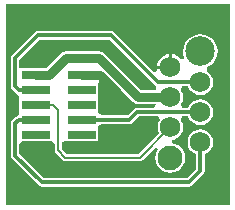
<source format=gtl>
G04*
G04 #@! TF.GenerationSoftware,Altium Limited,CircuitStudio,1.5.2 (30)*
G04*
G04 Layer_Physical_Order=1*
G04 Layer_Color=255*
%FSLAX24Y24*%
%MOIN*%
G70*
G01*
G75*
%ADD10R,0.0945X0.0295*%
%ADD11C,0.0118*%
%ADD12C,0.0295*%
%ADD13C,0.0079*%
%ADD14C,0.0689*%
%ADD15C,0.0984*%
%ADD16C,0.0827*%
%ADD17C,0.0276*%
G36*
X7673Y201D02*
X201D01*
Y6886D01*
X7673D01*
Y201D01*
D02*
G37*
%LPC*%
G36*
X3711Y5997D02*
X1280D01*
X1226Y5986D01*
X1180Y5956D01*
X422Y5198D01*
X392Y5152D01*
X381Y5098D01*
Y4154D01*
X392Y4100D01*
X422Y4054D01*
X533Y3944D01*
X578Y3914D01*
X591Y3911D01*
X650Y3817D01*
Y3770D01*
D01*
X650D01*
X650Y3770D01*
Y3388D01*
X650Y3317D01*
Y3302D01*
X632Y3184D01*
X578Y3173D01*
X533Y3143D01*
X412Y3023D01*
X382Y2977D01*
X371Y2923D01*
Y1850D01*
X382Y1797D01*
X412Y1751D01*
X1308Y855D01*
X1354Y825D01*
X1407Y814D01*
X6319D01*
X6373Y825D01*
X6418Y855D01*
X6790Y1227D01*
X6821Y1273D01*
X6831Y1327D01*
Y1893D01*
X6904Y1924D01*
X6993Y1991D01*
X7061Y2080D01*
X7103Y2183D01*
X7118Y2293D01*
X7103Y2404D01*
X7061Y2507D01*
X6993Y2595D01*
X6904Y2663D01*
X6801Y2706D01*
X6691Y2720D01*
X6580Y2706D01*
X6478Y2663D01*
X6389Y2595D01*
X6321Y2507D01*
X6279Y2404D01*
X6264Y2293D01*
X6279Y2183D01*
X6321Y2080D01*
X6389Y1991D01*
X6478Y1924D01*
X6550Y1893D01*
Y1385D01*
X6261Y1095D01*
X1466D01*
X652Y1909D01*
Y2233D01*
X736Y2317D01*
X1720D01*
X1752Y2317D01*
X1838Y2240D01*
Y2018D01*
X1838Y2018D01*
X1847Y1972D01*
X1874Y1933D01*
X2110Y1696D01*
X2149Y1670D01*
X2195Y1661D01*
X2195Y1661D01*
X4679D01*
X4679Y1661D01*
X4725Y1670D01*
X4764Y1696D01*
X5199Y2131D01*
X5288Y2053D01*
X5261Y2018D01*
X5211Y1898D01*
X5195Y1770D01*
X5211Y1641D01*
X5261Y1522D01*
X5340Y1419D01*
X5443Y1340D01*
X5562Y1290D01*
X5691Y1273D01*
X5819Y1290D01*
X5939Y1340D01*
X6042Y1419D01*
X6121Y1522D01*
X6170Y1641D01*
X6187Y1770D01*
X6170Y1898D01*
X6121Y2018D01*
X6042Y2121D01*
X5939Y2200D01*
X5819Y2249D01*
X5762Y2257D01*
X5762Y2376D01*
X5801Y2381D01*
X5904Y2424D01*
X5993Y2491D01*
X6061Y2580D01*
X6103Y2683D01*
X6118Y2793D01*
X6103Y2904D01*
X6061Y3007D01*
X6039Y3035D01*
X6097Y3153D01*
X6291D01*
X6321Y3080D01*
X6389Y2991D01*
X6478Y2924D01*
X6580Y2881D01*
X6691Y2866D01*
X6801Y2881D01*
X6904Y2924D01*
X6993Y2991D01*
X7061Y3080D01*
X7103Y3183D01*
X7118Y3293D01*
X7103Y3404D01*
X7061Y3507D01*
X6993Y3595D01*
X6904Y3663D01*
X6801Y3706D01*
X6691Y3720D01*
X6580Y3706D01*
X6478Y3663D01*
X6389Y3595D01*
X6321Y3507D01*
X6291Y3434D01*
X6097D01*
X6039Y3552D01*
X6061Y3580D01*
X6103Y3683D01*
X6118Y3793D01*
X6103Y3904D01*
X6061Y4007D01*
X6039Y4035D01*
X6097Y4153D01*
X6291D01*
X6321Y4080D01*
X6389Y3991D01*
X6478Y3924D01*
X6580Y3881D01*
X6691Y3866D01*
X6801Y3881D01*
X6904Y3924D01*
X6993Y3991D01*
X7061Y4080D01*
X7103Y4183D01*
X7118Y4293D01*
X7103Y4404D01*
X7061Y4507D01*
X6993Y4595D01*
X6904Y4663D01*
X6908Y4789D01*
X6979Y4818D01*
X7098Y4910D01*
X7190Y5029D01*
X7247Y5168D01*
X7267Y5317D01*
X7247Y5466D01*
X7190Y5605D01*
X7098Y5724D01*
X6979Y5816D01*
X6840Y5873D01*
X6691Y5893D01*
X6542Y5873D01*
X6403Y5816D01*
X6284Y5724D01*
X6192Y5605D01*
X6135Y5466D01*
X6115Y5317D01*
X6129Y5210D01*
X6135Y5168D01*
X6148Y5130D01*
X6158Y5103D01*
X6142Y5095D01*
X6142Y5095D01*
X6142Y5095D01*
X6119Y5081D01*
X6072Y5054D01*
X6058Y5046D01*
X6057Y5047D01*
X6008Y5110D01*
X5915Y5182D01*
X5807Y5226D01*
X5741Y5235D01*
Y4793D01*
X5691D01*
Y4743D01*
X5249D01*
X5258Y4677D01*
X5260Y4673D01*
X5160Y4606D01*
X3810Y5956D01*
X3764Y5986D01*
X3711Y5997D01*
D02*
G37*
G36*
X5641Y5235D02*
X5575Y5226D01*
X5467Y5182D01*
X5374Y5110D01*
X5303Y5017D01*
X5258Y4909D01*
X5249Y4843D01*
X5641D01*
Y5235D01*
D02*
G37*
%LPD*%
G36*
X5343Y3035D02*
X5321Y3007D01*
X5279Y2904D01*
X5264Y2793D01*
X5279Y2683D01*
X5317Y2590D01*
X4629Y1902D01*
X2245D01*
X2079Y2068D01*
Y2288D01*
X2185Y2317D01*
X2197Y2317D01*
X3287D01*
Y2699D01*
X3287Y2770D01*
Y2785D01*
X3294Y2822D01*
X3399Y2903D01*
X4323D01*
X4377Y2914D01*
X4422Y2944D01*
X4631Y3153D01*
X5284D01*
X5343Y3035D01*
D02*
G37*
G36*
X5174Y4194D02*
X5220Y4164D01*
X5227Y4042D01*
X5216Y4024D01*
X4718D01*
X3480Y5262D01*
X3405Y5312D01*
X3317Y5329D01*
X2215D01*
X2141Y5315D01*
X2126Y5312D01*
X2051Y5262D01*
X1564Y4774D01*
X1201D01*
X1178Y4770D01*
X662D01*
Y5040D01*
X1338Y5716D01*
X3652D01*
X5174Y4194D01*
D02*
G37*
G36*
X4459Y3630D02*
X4534Y3580D01*
X4622Y3562D01*
X5216D01*
X5223Y3552D01*
X5157Y3434D01*
X4573D01*
X4519Y3423D01*
X4473Y3393D01*
X4265Y3184D01*
X3399D01*
X3294Y3265D01*
X3287Y3302D01*
Y3317D01*
X3287Y3388D01*
Y3699D01*
X3287Y3770D01*
Y3793D01*
Y3817D01*
X3287Y3888D01*
Y4178D01*
Y4186D01*
X3309Y4296D01*
Y4309D01*
X3309Y4379D01*
Y4493D01*
X2736D01*
Y4593D01*
X3309D01*
Y4626D01*
X3418Y4671D01*
X4459Y3630D01*
D02*
G37*
D10*
X2736Y3543D02*
D03*
Y4043D02*
D03*
X1201Y3543D02*
D03*
Y4043D02*
D03*
X2736Y4543D02*
D03*
X1201D02*
D03*
Y3043D02*
D03*
Y2543D02*
D03*
X2736Y3043D02*
D03*
Y2543D02*
D03*
D11*
X512Y2923D02*
X632Y3043D01*
X512Y1850D02*
Y2923D01*
Y1850D02*
X1407Y955D01*
X632Y3043D02*
X1201D01*
X522Y5098D02*
X1280Y5856D01*
X522Y4154D02*
Y5098D01*
Y4154D02*
X632Y4043D01*
X1201D01*
X5274Y4293D02*
X6691D01*
X3711Y5856D02*
X5274Y4293D01*
X1280Y5856D02*
X3711D01*
X4573Y3293D02*
X6691D01*
X4323Y3043D02*
X4573Y3293D01*
X2736Y3043D02*
X4323D01*
X1407Y955D02*
X6319D01*
X6691Y1327D01*
Y2293D01*
D12*
X3317Y5098D02*
X4622Y3793D01*
X2215Y5098D02*
X3317D01*
X3343Y4543D02*
X3904Y3983D01*
X2736Y4543D02*
X3343D01*
X4622Y3793D02*
X5691D01*
X1659Y4543D02*
X2215Y5098D01*
X1201Y4543D02*
X1659D01*
D13*
X4679Y1781D02*
X5691Y2793D01*
X2195Y1781D02*
X4679D01*
X1959Y2018D02*
X2195Y1781D01*
X1959Y2018D02*
Y3356D01*
X1772Y3543D02*
X1959Y3356D01*
X1201Y3543D02*
X1772D01*
D14*
X6691Y4293D02*
D03*
X5691Y4793D02*
D03*
X6691Y3293D02*
D03*
Y2293D02*
D03*
X5691Y3793D02*
D03*
Y2793D02*
D03*
D15*
X6691Y5317D02*
D03*
D16*
X5691Y1770D02*
D03*
D17*
X4045Y2333D02*
D03*
X2451Y2087D02*
D03*
X4892Y2815D02*
D03*
X4734Y4331D02*
D03*
X3917Y5108D02*
D03*
X2648Y5522D02*
D03*
X1270Y5089D02*
D03*
X5089Y5600D02*
D03*
X4764Y1388D02*
D03*
X3140D02*
D03*
X1772Y1447D02*
D03*
X837Y2067D02*
D03*
X7480Y5118D02*
D03*
Y3543D02*
D03*
Y1969D02*
D03*
X1969Y394D02*
D03*
X3543D02*
D03*
X5118D02*
D03*
X6693D02*
D03*
Y6693D02*
D03*
X5118D02*
D03*
X3543D02*
D03*
X1969D02*
D03*
X394Y3543D02*
D03*
X7480Y394D02*
D03*
Y6693D02*
D03*
X394D02*
D03*
Y394D02*
D03*
X4360Y3494D02*
D03*
X3455Y3356D02*
D03*
X3553Y4213D02*
D03*
M02*

</source>
